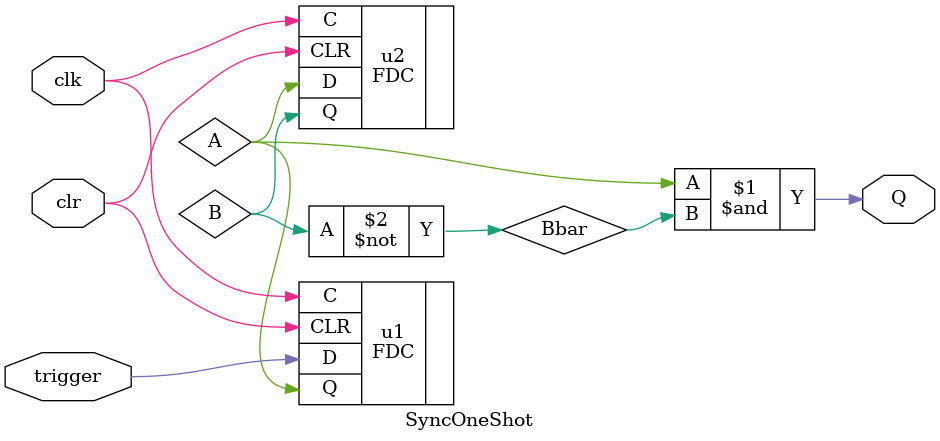
<source format=v>
`timescale 1ns / 1ps


module SyncOneShot (input trigger, // low->high triggers, not required to be sync to clk
                    input clk,
                    input clr,  // async, active high
                    output Q);  // pos pulse, one clock period long

	wire A, B, Bbar;
 
    FDC u1 (.D (trigger), .C (clk), .Q (A), .CLR (clr));
    FDC u2 (.D (A), .C (clk), .Q (B), .CLR (clr));
	not (Bbar, B);
	and (Q, A, Bbar);
	
endmodule



</source>
